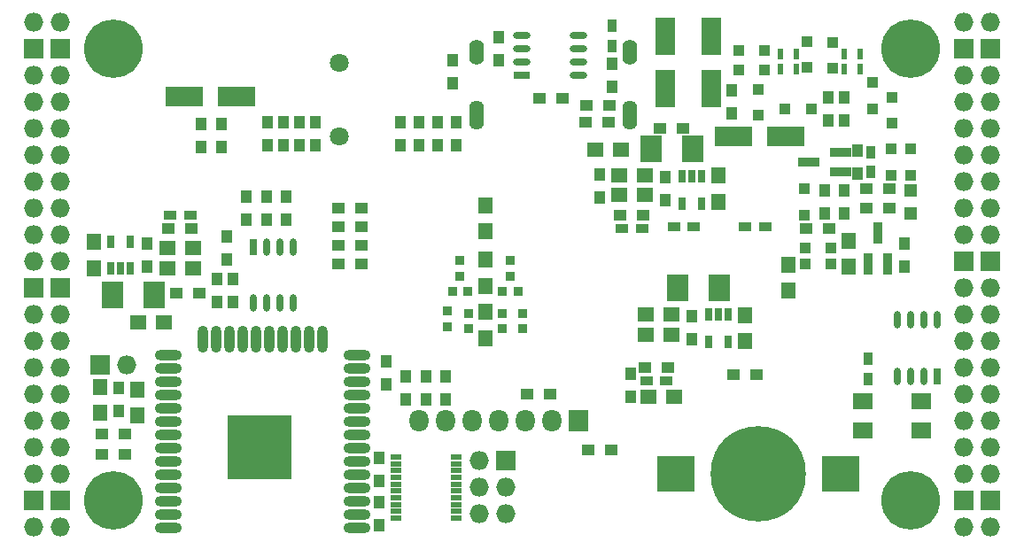
<source format=gbs>
G04 #@! TF.FileFunction,Soldermask,Bot*
%FSLAX46Y46*%
G04 Gerber Fmt 4.6, Leading zero omitted, Abs format (unit mm)*
G04 Created by KiCad (PCBNEW 4.0.7+dfsg1-1) date Sat Feb 17 10:48:56 2018*
%MOMM*%
%LPD*%
G01*
G04 APERTURE LIST*
%ADD10C,0.100000*%
%ADD11O,1.827200X1.827200*%
%ADD12R,1.827200X1.827200*%
%ADD13R,1.000000X1.300000*%
%ADD14R,1.900000X3.600000*%
%ADD15R,1.300000X1.000000*%
%ADD16R,2.100000X2.600000*%
%ADD17R,0.800000X1.300000*%
%ADD18R,1.350000X1.600000*%
%ADD19R,1.600000X1.350000*%
%ADD20R,0.900000X2.000000*%
%ADD21R,2.000000X0.900000*%
%ADD22R,1.300000X0.850000*%
%ADD23R,0.850000X1.300000*%
%ADD24C,5.600000*%
%ADD25R,1.100000X0.500000*%
%ADD26R,1.827200X2.132000*%
%ADD27O,1.827200X2.132000*%
%ADD28R,3.600000X1.900000*%
%ADD29R,3.600000X3.400000*%
%ADD30C,9.100000*%
%ADD31R,1.100000X1.100000*%
%ADD32C,1.800000*%
%ADD33O,1.400000X2.800000*%
%ADD34O,1.400000X2.400000*%
%ADD35R,0.700000X1.650000*%
%ADD36O,0.700000X1.650000*%
%ADD37R,1.650000X0.700000*%
%ADD38O,1.650000X0.700000*%
%ADD39O,2.600000X1.000000*%
%ADD40O,1.000000X2.600000*%
%ADD41R,6.100000X6.100000*%
%ADD42R,1.900000X1.500000*%
%ADD43R,1.300000X1.300000*%
%ADD44R,0.850000X0.900000*%
%ADD45R,0.900000X0.850000*%
%ADD46R,0.600000X1.000000*%
G04 APERTURE END LIST*
D10*
D11*
X97910000Y-62690000D03*
X95370000Y-62690000D03*
D12*
X97910000Y-65230000D03*
X95370000Y-65230000D03*
D11*
X97910000Y-67770000D03*
X95370000Y-67770000D03*
X97910000Y-70310000D03*
X95370000Y-70310000D03*
X97910000Y-72850000D03*
X95370000Y-72850000D03*
X97910000Y-75390000D03*
X95370000Y-75390000D03*
X97910000Y-77930000D03*
X95370000Y-77930000D03*
X97910000Y-80470000D03*
X95370000Y-80470000D03*
X97910000Y-83010000D03*
X95370000Y-83010000D03*
X97910000Y-85550000D03*
X95370000Y-85550000D03*
D12*
X97910000Y-88090000D03*
X95370000Y-88090000D03*
D11*
X97910000Y-90630000D03*
X95370000Y-90630000D03*
X97910000Y-93170000D03*
X95370000Y-93170000D03*
X97910000Y-95710000D03*
X95370000Y-95710000D03*
X97910000Y-98250000D03*
X95370000Y-98250000D03*
X97910000Y-100790000D03*
X95370000Y-100790000D03*
X97910000Y-103330000D03*
X95370000Y-103330000D03*
X97910000Y-105870000D03*
X95370000Y-105870000D03*
D12*
X97910000Y-108410000D03*
X95370000Y-108410000D03*
D11*
X97910000Y-110950000D03*
X95370000Y-110950000D03*
D13*
X103498000Y-99858000D03*
X103498000Y-97658000D03*
D14*
X155695000Y-69000000D03*
X155695000Y-64000000D03*
D15*
X157430000Y-72850000D03*
X155230000Y-72850000D03*
D16*
X160870000Y-88090000D03*
X156870000Y-88090000D03*
D17*
X159825000Y-90600000D03*
X160775000Y-90600000D03*
X161725000Y-90600000D03*
X161725000Y-93200000D03*
X159825000Y-93200000D03*
D16*
X102895000Y-88725000D03*
X106895000Y-88725000D03*
D17*
X104575000Y-86215000D03*
X103625000Y-86215000D03*
X102675000Y-86215000D03*
X102675000Y-83615000D03*
X104575000Y-83615000D03*
D16*
X158330000Y-74755000D03*
X154330000Y-74755000D03*
D17*
X157285000Y-77392000D03*
X158235000Y-77392000D03*
X159185000Y-77392000D03*
X159185000Y-79992000D03*
X157285000Y-79992000D03*
D18*
X101085000Y-83665000D03*
X101085000Y-86165000D03*
D19*
X153810000Y-90630000D03*
X156310000Y-90630000D03*
X153810000Y-92535000D03*
X156310000Y-92535000D03*
D18*
X163315000Y-93150000D03*
X163315000Y-90650000D03*
D19*
X151270000Y-79200000D03*
X153770000Y-79200000D03*
X151270000Y-77295000D03*
X153770000Y-77295000D03*
D18*
X160775000Y-79815000D03*
X160775000Y-77315000D03*
D19*
X110590000Y-84280000D03*
X108090000Y-84280000D03*
X110590000Y-86185000D03*
X108090000Y-86185000D03*
D18*
X173221000Y-86038000D03*
X173221000Y-83538000D03*
D20*
X176965000Y-85780000D03*
X175065000Y-85780000D03*
X176015000Y-82780000D03*
D21*
X172435000Y-75075000D03*
X172435000Y-76975000D03*
X169435000Y-76025000D03*
D22*
X153910000Y-96910000D03*
X155810000Y-96910000D03*
X151570000Y-82375000D03*
X153470000Y-82375000D03*
X110290000Y-81105000D03*
X108390000Y-81105000D03*
D23*
X175380000Y-75075000D03*
X175380000Y-76975000D03*
D15*
X169200000Y-82375000D03*
X171400000Y-82375000D03*
D13*
X172840000Y-80935000D03*
X172840000Y-78735000D03*
D15*
X177115000Y-80470000D03*
X174915000Y-80470000D03*
D13*
X174110000Y-74925000D03*
X174110000Y-77125000D03*
X178555000Y-83815000D03*
X178555000Y-86015000D03*
X113785000Y-83180000D03*
X113785000Y-85380000D03*
X170935000Y-80935000D03*
X170935000Y-78735000D03*
X128390000Y-108580000D03*
X128390000Y-110780000D03*
D15*
X150572000Y-103584000D03*
X148372000Y-103584000D03*
X177115000Y-78565000D03*
X174915000Y-78565000D03*
X153760000Y-95640000D03*
X155960000Y-95640000D03*
X110440000Y-82375000D03*
X108240000Y-82375000D03*
X151420000Y-81105000D03*
X153620000Y-81105000D03*
D13*
X158235000Y-90800000D03*
X158235000Y-93000000D03*
X106165000Y-86015000D03*
X106165000Y-83815000D03*
X155695000Y-77465000D03*
X155695000Y-79665000D03*
D15*
X126696000Y-85804000D03*
X124496000Y-85804000D03*
X126696000Y-84026000D03*
X124496000Y-84026000D03*
X126696000Y-82248000D03*
X124496000Y-82248000D03*
X126696000Y-80470000D03*
X124496000Y-80470000D03*
D13*
X130422000Y-74458000D03*
X130422000Y-72258000D03*
X132200000Y-74458000D03*
X132200000Y-72258000D03*
X133978000Y-74458000D03*
X133978000Y-72258000D03*
X135756000Y-74458000D03*
X135756000Y-72258000D03*
D23*
X150589600Y-64910000D03*
X150589600Y-63010000D03*
D11*
X184270000Y-110950000D03*
X186810000Y-110950000D03*
D12*
X184270000Y-108410000D03*
X186810000Y-108410000D03*
D11*
X184270000Y-105870000D03*
X186810000Y-105870000D03*
X184270000Y-103330000D03*
X186810000Y-103330000D03*
X184270000Y-100790000D03*
X186810000Y-100790000D03*
X184270000Y-98250000D03*
X186810000Y-98250000D03*
X184270000Y-95710000D03*
X186810000Y-95710000D03*
X184270000Y-93170000D03*
X186810000Y-93170000D03*
X184270000Y-90630000D03*
X186810000Y-90630000D03*
X184270000Y-88090000D03*
X186810000Y-88090000D03*
D12*
X184270000Y-85550000D03*
X186810000Y-85550000D03*
D11*
X184270000Y-83010000D03*
X186810000Y-83010000D03*
X184270000Y-80470000D03*
X186810000Y-80470000D03*
X184270000Y-77930000D03*
X186810000Y-77930000D03*
X184270000Y-75390000D03*
X186810000Y-75390000D03*
X184270000Y-72850000D03*
X186810000Y-72850000D03*
X184270000Y-70310000D03*
X186810000Y-70310000D03*
X184270000Y-67770000D03*
X186810000Y-67770000D03*
D12*
X184270000Y-65230000D03*
X186810000Y-65230000D03*
D11*
X184270000Y-62690000D03*
X186810000Y-62690000D03*
D24*
X102990000Y-108410000D03*
X179190000Y-108410000D03*
X179190000Y-65230000D03*
X102990000Y-65230000D03*
D13*
X162045000Y-71410000D03*
X162045000Y-69210000D03*
X139820000Y-66330000D03*
X139820000Y-64130000D03*
X135375000Y-68532000D03*
X135375000Y-66332000D03*
X150615000Y-68870000D03*
X150615000Y-66670000D03*
D15*
X150275000Y-72215000D03*
X148075000Y-72215000D03*
X150380000Y-70600000D03*
X148180000Y-70600000D03*
D25*
X135735000Y-104215000D03*
X135735000Y-104865000D03*
X135735000Y-105515000D03*
X135735000Y-106165000D03*
X135735000Y-106815000D03*
X135735000Y-107465000D03*
X135735000Y-108115000D03*
X135735000Y-108765000D03*
X135735000Y-109415000D03*
X135735000Y-110065000D03*
X129935000Y-110065000D03*
X129935000Y-109415000D03*
X129935000Y-108765000D03*
X129935000Y-108115000D03*
X129935000Y-107465000D03*
X129935000Y-106815000D03*
X129935000Y-106165000D03*
X129935000Y-105515000D03*
X129935000Y-104865000D03*
X129935000Y-104215000D03*
D13*
X119500000Y-79370000D03*
X119500000Y-81570000D03*
X114420000Y-89444000D03*
X114420000Y-87244000D03*
X129025000Y-97275000D03*
X129025000Y-95075000D03*
X117595000Y-79370000D03*
X117595000Y-81570000D03*
X112896000Y-89444000D03*
X112896000Y-87244000D03*
X115690000Y-79370000D03*
X115690000Y-81570000D03*
D15*
X144730000Y-98250000D03*
X142530000Y-98250000D03*
D13*
X132835000Y-98715000D03*
X132835000Y-96515000D03*
X130930000Y-98715000D03*
X130930000Y-96515000D03*
D15*
X101890000Y-103965000D03*
X104090000Y-103965000D03*
D12*
X101720000Y-95456000D03*
D11*
X104260000Y-95456000D03*
D15*
X104090000Y-102060000D03*
X101890000Y-102060000D03*
D18*
X167506000Y-88324000D03*
X167506000Y-85824000D03*
D15*
X164415000Y-96345000D03*
X162215000Y-96345000D03*
D12*
X140455000Y-104600000D03*
D11*
X137915000Y-104600000D03*
X140455000Y-107140000D03*
X137915000Y-107140000D03*
X140455000Y-109680000D03*
X137915000Y-109680000D03*
D18*
X138500000Y-90370000D03*
X138500000Y-92870000D03*
X138500000Y-82670000D03*
X138500000Y-80170000D03*
X138500000Y-85370000D03*
X138500000Y-87870000D03*
X101720000Y-97508000D03*
X101720000Y-100008000D03*
D13*
X113277000Y-74585000D03*
X113277000Y-72385000D03*
X111372000Y-74585000D03*
X111372000Y-72385000D03*
X172840000Y-72045000D03*
X172840000Y-69845000D03*
X171316000Y-72045000D03*
X171316000Y-69845000D03*
D26*
X147440000Y-100790000D03*
D27*
X144900000Y-100790000D03*
X142360000Y-100790000D03*
X139820000Y-100790000D03*
X137280000Y-100790000D03*
X134740000Y-100790000D03*
X132200000Y-100790000D03*
D18*
X105276000Y-100262000D03*
X105276000Y-97762000D03*
D28*
X109761000Y-69802000D03*
X114761000Y-69802000D03*
X167212000Y-73612000D03*
X162212000Y-73612000D03*
D14*
X160140000Y-64000000D03*
X160140000Y-69000000D03*
D19*
X154064000Y-98504000D03*
X156564000Y-98504000D03*
X107796000Y-91392000D03*
X105296000Y-91392000D03*
X151484000Y-74882000D03*
X148984000Y-74882000D03*
D13*
X134740000Y-96515000D03*
X134740000Y-98715000D03*
D29*
X172485000Y-105870000D03*
X156685000Y-105870000D03*
D30*
X164585000Y-105870000D03*
D31*
X169284000Y-66988000D03*
X169284000Y-64488000D03*
X171697000Y-67081000D03*
X171697000Y-64581000D03*
X169050000Y-84280000D03*
X171550000Y-84280000D03*
X169030000Y-81085000D03*
X169030000Y-78585000D03*
X171550000Y-85804000D03*
X169050000Y-85804000D03*
X179190000Y-77275000D03*
X179190000Y-74775000D03*
X177285000Y-74775000D03*
X177285000Y-77275000D03*
X167145000Y-70945000D03*
X169645000Y-70945000D03*
X164585000Y-69060000D03*
X164585000Y-71560000D03*
D13*
X128390000Y-106546000D03*
X128390000Y-104346000D03*
X117722000Y-74458000D03*
X117722000Y-72258000D03*
X119246000Y-74458000D03*
X119246000Y-72258000D03*
X120770000Y-74458000D03*
X120770000Y-72258000D03*
X122294000Y-74458000D03*
X122294000Y-72258000D03*
D15*
X145880000Y-69900000D03*
X143680000Y-69900000D03*
D32*
X124580000Y-66548000D03*
X124580000Y-73548000D03*
D33*
X152280000Y-71550000D03*
X137680000Y-71550000D03*
D34*
X137680000Y-65500000D03*
X152280000Y-65500000D03*
D35*
X181730000Y-96505000D03*
D36*
X180460000Y-96505000D03*
X179190000Y-96505000D03*
X177920000Y-96505000D03*
X177920000Y-91105000D03*
X179190000Y-91105000D03*
X180460000Y-91105000D03*
X181730000Y-91105000D03*
D37*
X141980000Y-67706500D03*
D38*
X141980000Y-66436500D03*
X141980000Y-65166500D03*
X141980000Y-63896500D03*
X147380000Y-63896500D03*
X147380000Y-65166500D03*
X147380000Y-66436500D03*
X147380000Y-67706500D03*
D35*
X116325000Y-84120000D03*
D36*
X117595000Y-84120000D03*
X118865000Y-84120000D03*
X120135000Y-84120000D03*
X120135000Y-89520000D03*
X118865000Y-89520000D03*
X117595000Y-89520000D03*
X116325000Y-89520000D03*
D39*
X126230000Y-111000000D03*
X126230000Y-109730000D03*
X126230000Y-108460000D03*
X126230000Y-107190000D03*
X126230000Y-105920000D03*
X126230000Y-104650000D03*
X126230000Y-103380000D03*
X126230000Y-102110000D03*
X126230000Y-100840000D03*
X126230000Y-99570000D03*
X126230000Y-98300000D03*
X126230000Y-97030000D03*
X126230000Y-95760000D03*
X126230000Y-94490000D03*
D40*
X122945000Y-93000000D03*
X121675000Y-93000000D03*
X120405000Y-93000000D03*
X119135000Y-93000000D03*
X117865000Y-93000000D03*
X116595000Y-93000000D03*
X115325000Y-93000000D03*
X114055000Y-93000000D03*
X112785000Y-93000000D03*
X111515000Y-93000000D03*
D39*
X108230000Y-94490000D03*
X108230000Y-95760000D03*
X108230000Y-97030000D03*
X108230000Y-98300000D03*
X108230000Y-99570000D03*
X108230000Y-100840000D03*
X108230000Y-102110000D03*
X108230000Y-103380000D03*
X108230000Y-104650000D03*
X108230000Y-105920000D03*
X108230000Y-107190000D03*
X108230000Y-108460000D03*
X108230000Y-109730000D03*
X108230000Y-111000000D03*
D41*
X116930000Y-103300000D03*
D42*
X180212000Y-98882000D03*
X174612000Y-98882000D03*
X174612000Y-101682000D03*
X180212000Y-101682000D03*
D43*
X179190000Y-78735000D03*
X179190000Y-80935000D03*
D44*
X140900000Y-86970000D03*
X140900000Y-85470000D03*
X136100000Y-86970000D03*
X136100000Y-85470000D03*
X136900000Y-91970000D03*
X136900000Y-90470000D03*
X140100000Y-91970000D03*
X140100000Y-90470000D03*
X142100000Y-91970000D03*
X142100000Y-90470000D03*
X134900000Y-91770000D03*
X134900000Y-90270000D03*
D45*
X136850000Y-88420000D03*
X135350000Y-88420000D03*
X140150000Y-88420000D03*
X141650000Y-88420000D03*
D22*
X163350000Y-82220000D03*
X165250000Y-82220000D03*
X158450000Y-82220000D03*
X156550000Y-82220000D03*
D23*
X175100000Y-94870000D03*
X175100000Y-96770000D03*
D46*
X166756000Y-67135000D03*
X168256000Y-67135000D03*
X174350000Y-67120000D03*
X172850000Y-67120000D03*
D31*
X162700000Y-67262000D03*
X165200000Y-67262000D03*
X165200000Y-65357000D03*
X162700000Y-65357000D03*
X175507000Y-70925000D03*
X175507000Y-68425000D03*
X177412000Y-69822000D03*
X177412000Y-72322000D03*
D46*
X166756000Y-65738000D03*
X168256000Y-65738000D03*
X172852000Y-65738000D03*
X174352000Y-65738000D03*
D13*
X152393000Y-96261000D03*
X152393000Y-98461000D03*
D15*
X109002000Y-88598000D03*
X111202000Y-88598000D03*
D13*
X149472000Y-77211000D03*
X149472000Y-79411000D03*
M02*

</source>
